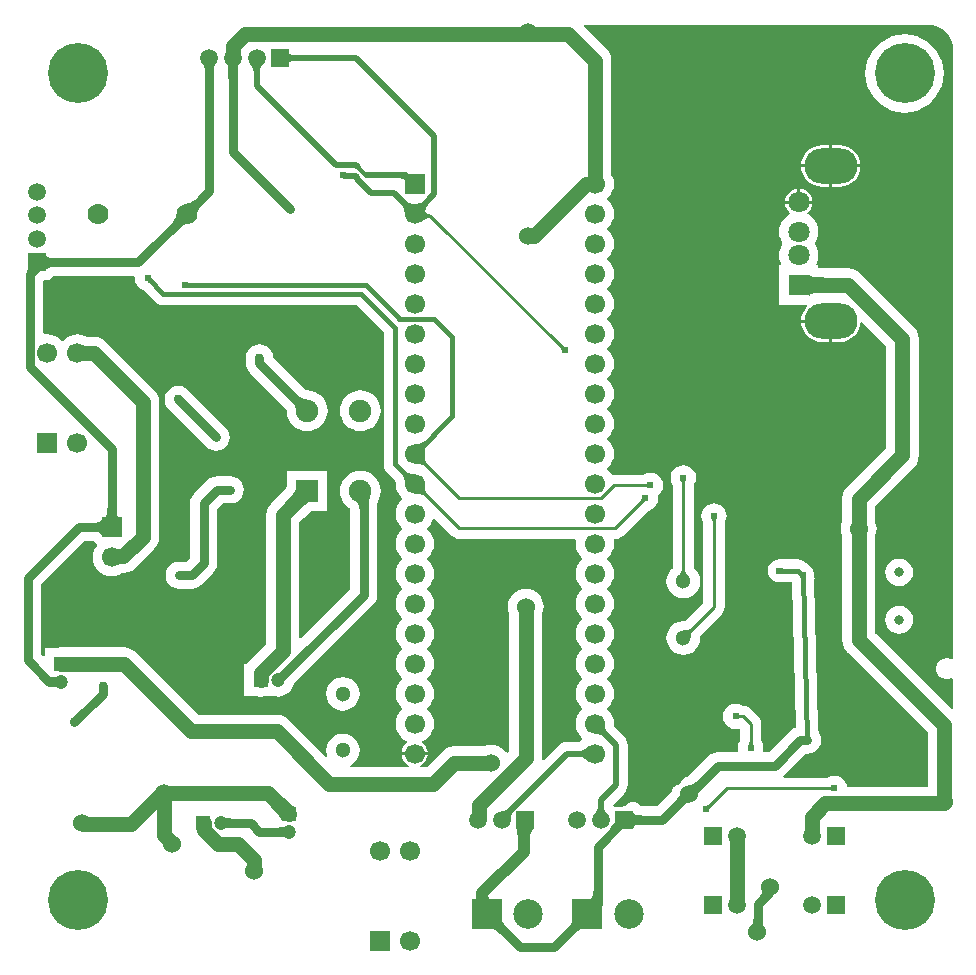
<source format=gbl>
G04*
G04 #@! TF.GenerationSoftware,Altium Limited,Altium Designer,19.0.4 (130)*
G04*
G04 Layer_Physical_Order=2*
G04 Layer_Color=16711680*
%FSLAX25Y25*%
%MOIN*%
G70*
G01*
G75*
%ADD10C,0.01000*%
%ADD11C,0.02000*%
%ADD77C,0.03000*%
%ADD78C,0.01500*%
%ADD79C,0.05000*%
%ADD80C,0.04000*%
%ADD82C,0.20000*%
%ADD83C,0.06693*%
%ADD84R,0.06693X0.06693*%
%ADD85C,0.05906*%
%ADD86R,0.05906X0.05906*%
%ADD87R,0.07480X0.07480*%
%ADD88C,0.07480*%
%ADD89C,0.04724*%
%ADD90R,0.04724X0.04724*%
%ADD91R,0.04724X0.04724*%
%ADD92R,0.06693X0.06693*%
%ADD93C,0.09843*%
%ADD94R,0.09843X0.09843*%
%ADD95O,0.17717X0.11811*%
%ADD96R,0.07087X0.07087*%
%ADD97C,0.07087*%
%ADD98R,0.05906X0.05906*%
%ADD99C,0.07000*%
%ADD100C,0.05118*%
%ADD101C,0.02400*%
%ADD102C,0.06000*%
%ADD103C,0.03000*%
%ADD104C,0.03150*%
G36*
X90071Y302310D02*
X90131Y302140D01*
X90232Y301990D01*
X90373Y301860D01*
X90554Y301750D01*
X90775Y301660D01*
X91037Y301590D01*
X91338Y301540D01*
X91681Y301510D01*
X92063Y301500D01*
Y299500D01*
X91681Y299490D01*
X91338Y299460D01*
X91037Y299410D01*
X90775Y299340D01*
X90554Y299250D01*
X90373Y299140D01*
X90232Y299010D01*
X90131Y298860D01*
X90071Y298690D01*
X90051Y298500D01*
Y302500D01*
X90071Y302310D01*
D02*
G37*
G36*
X65459Y298269D02*
X65363Y298125D01*
X65278Y297959D01*
X65204Y297772D01*
X65142Y297562D01*
X65091Y297330D01*
X65051Y297077D01*
X65023Y296801D01*
X65000Y296185D01*
X62000D01*
X61994Y296504D01*
X61949Y297077D01*
X61909Y297330D01*
X61858Y297562D01*
X61796Y297772D01*
X61722Y297959D01*
X61637Y298125D01*
X61541Y298269D01*
X61433Y298391D01*
X65567D01*
X65459Y298269D01*
D02*
G37*
G36*
X81112Y298179D02*
X80931Y297959D01*
X80771Y297732D01*
X80632Y297499D01*
X80515Y297258D01*
X80419Y297010D01*
X80344Y296756D01*
X80291Y296494D01*
X80259Y296226D01*
X80248Y295950D01*
X78248D01*
X78237Y296226D01*
X78205Y296494D01*
X78152Y296756D01*
X78077Y297010D01*
X77981Y297258D01*
X77864Y297499D01*
X77725Y297732D01*
X77565Y297959D01*
X77384Y298179D01*
X77181Y298391D01*
X81315D01*
X81112Y298179D01*
D02*
G37*
G36*
X73092Y298633D02*
X73046Y298438D01*
X73040Y298391D01*
X73441D01*
X73333Y298269D01*
X73237Y298125D01*
X73152Y297959D01*
X73078Y297772D01*
X73016Y297562D01*
X72965Y297330D01*
X72939Y297166D01*
X72874Y293500D01*
X69874D01*
X69652Y297817D01*
X69596Y297959D01*
X69511Y298125D01*
X69415Y298269D01*
X69307Y298391D01*
X69623D01*
X69605Y298733D01*
X73143D01*
X73092Y298633D01*
D02*
G37*
G36*
X114049Y263931D02*
X114091Y263840D01*
X114160Y263727D01*
X114256Y263592D01*
X114532Y263257D01*
X114598Y263187D01*
X115416Y262471D01*
X115529Y262402D01*
X115620Y262360D01*
X115690Y262347D01*
X114689Y261346D01*
X114675Y261415D01*
X114634Y261507D01*
X114565Y261620D01*
X114468Y261755D01*
X114192Y262089D01*
X114126Y262160D01*
X113309Y262876D01*
X113196Y262945D01*
X113104Y262986D01*
X113035Y263000D01*
X114035Y264001D01*
X114049Y263931D01*
D02*
G37*
G36*
X127046Y262341D02*
X127946Y262264D01*
X128166Y262218D01*
X128346Y262162D01*
X128486Y262096D01*
X128586Y262019D01*
X128646Y261932D01*
X128666Y261835D01*
X128677Y259347D01*
X128657Y259537D01*
X128595Y259706D01*
X128494Y259856D01*
X128353Y259986D01*
X128172Y260097D01*
X127951Y260187D01*
X127690Y260256D01*
X127388Y260306D01*
X127047Y260336D01*
X126666Y260347D01*
Y262347D01*
X127046Y262341D01*
D02*
G37*
G36*
X130167Y261278D02*
X130209Y261186D01*
X130278Y261073D01*
X130375Y260938D01*
X130650Y260604D01*
X131272Y259939D01*
X131534Y259673D01*
X130827Y258966D01*
X130561Y259228D01*
X129427Y260222D01*
X129314Y260291D01*
X129223Y260333D01*
X129153Y260347D01*
X130154Y261347D01*
X130167Y261278D01*
D02*
G37*
G36*
X60782Y251160D02*
X60536Y250901D01*
X60316Y250641D01*
X60122Y250380D01*
X59955Y250119D01*
X59814Y249856D01*
X59698Y249594D01*
X59610Y249330D01*
X59547Y249066D01*
X59510Y248801D01*
X59500Y248535D01*
X56035Y252000D01*
X56301Y252010D01*
X56566Y252047D01*
X56830Y252110D01*
X57094Y252199D01*
X57356Y252314D01*
X57619Y252455D01*
X57880Y252622D01*
X58141Y252816D01*
X58401Y253036D01*
X58660Y253282D01*
X60782Y251160D01*
D02*
G37*
G36*
X129249Y252684D02*
X129485Y252505D01*
X129738Y252347D01*
X130007Y252211D01*
X130292Y252097D01*
X130594Y252004D01*
X130913Y251932D01*
X131247Y251882D01*
X131599Y251853D01*
X131966Y251846D01*
X128654Y248534D01*
X128647Y248901D01*
X128618Y249253D01*
X128568Y249587D01*
X128497Y249906D01*
X128403Y250208D01*
X128289Y250493D01*
X128153Y250762D01*
X127995Y251015D01*
X127816Y251251D01*
X127615Y251471D01*
X129029Y252885D01*
X129249Y252684D01*
D02*
G37*
G36*
X133003Y248480D02*
X133028Y248265D01*
X133036Y248226D01*
X133045Y248192D01*
X133056Y248165D01*
X133067Y248144D01*
X133079Y248128D01*
X132372Y247421D01*
X132356Y247433D01*
X132335Y247444D01*
X132308Y247455D01*
X132274Y247464D01*
X132235Y247473D01*
X132140Y247487D01*
X132020Y247497D01*
X131952Y247501D01*
X132999Y248548D01*
X133003Y248480D01*
D02*
G37*
G36*
X136385Y251471D02*
X136184Y251251D01*
X136005Y251015D01*
X135847Y250762D01*
X135711Y250493D01*
X135597Y250208D01*
X135503Y249906D01*
X135432Y249587D01*
X135407Y249423D01*
X135570Y249218D01*
X135802Y248968D01*
X136036Y248756D01*
X136271Y248583D01*
X136507Y248448D01*
X136745Y248352D01*
X136985Y248294D01*
X137225Y248275D01*
X137122Y247275D01*
X136911Y247259D01*
X136676Y247213D01*
X136415Y247136D01*
X136130Y247029D01*
X135819Y246891D01*
X135123Y246522D01*
X134327Y246031D01*
X133892Y245740D01*
X134664Y249216D01*
X132034Y251846D01*
X132401Y251853D01*
X132753Y251882D01*
X133087Y251932D01*
X133406Y252004D01*
X133708Y252097D01*
X133993Y252211D01*
X134262Y252347D01*
X134515Y252505D01*
X134751Y252684D01*
X134971Y252885D01*
X136385Y251471D01*
D02*
G37*
G36*
X55965Y245000D02*
X55699Y244990D01*
X55434Y244953D01*
X55170Y244890D01*
X54906Y244801D01*
X54644Y244686D01*
X54381Y244545D01*
X54120Y244378D01*
X53859Y244184D01*
X53599Y243964D01*
X53340Y243718D01*
X51218Y245840D01*
X51464Y246099D01*
X51684Y246359D01*
X51878Y246620D01*
X52045Y246881D01*
X52186Y247144D01*
X52302Y247406D01*
X52390Y247670D01*
X52453Y247934D01*
X52490Y248199D01*
X52500Y248465D01*
X55965Y245000D01*
D02*
G37*
G36*
X8971Y234939D02*
X9061Y234694D01*
X9211Y234478D01*
X9421Y234290D01*
X9691Y234132D01*
X10021Y234002D01*
X10411Y233901D01*
X10861Y233829D01*
X11371Y233786D01*
X11941Y233772D01*
Y230772D01*
X11371Y230757D01*
X10861Y230714D01*
X10411Y230642D01*
X10021Y230541D01*
X9691Y230412D01*
X9421Y230253D01*
X9211Y230066D01*
X9061Y229850D01*
X8971Y229605D01*
X8941Y229331D01*
Y235212D01*
X8971Y234939D01*
D02*
G37*
G36*
X2943Y229736D02*
X2985Y229702D01*
X3017Y229644D01*
X3041Y229563D01*
X3055Y229458D01*
X3059Y229331D01*
X6146D01*
X6215Y229312D01*
X6236Y229255D01*
X6210Y229161D01*
X6138Y229028D01*
X6018Y228858D01*
X5851Y228650D01*
X5377Y228120D01*
X4714Y227439D01*
X2593Y229561D01*
X2682Y229642D01*
X2761Y229701D01*
X2831Y229736D01*
X2891Y229748D01*
X2943Y229736D01*
D02*
G37*
G36*
X38811Y227357D02*
X38764Y227000D01*
X38908Y225904D01*
X39331Y224882D01*
X40005Y224005D01*
X40882Y223331D01*
X41629Y223022D01*
X45492Y219159D01*
X46275Y218558D01*
X47188Y218180D01*
X48166Y218051D01*
X112600D01*
X121718Y208933D01*
Y165000D01*
X121846Y164021D01*
X122224Y163109D01*
X122826Y162326D01*
X125516Y159635D01*
X125528Y159598D01*
X125557Y159484D01*
X125578Y159363D01*
X125624Y158819D01*
X125628Y158547D01*
X125623Y158500D01*
X125745Y157256D01*
X126108Y156060D01*
X126698Y154957D01*
X127491Y153991D01*
X127784Y153750D01*
Y153250D01*
X127491Y153009D01*
X126698Y152043D01*
X126108Y150940D01*
X125745Y149744D01*
X125623Y148500D01*
X125745Y147256D01*
X126108Y146060D01*
X126698Y144957D01*
X127491Y143991D01*
X127784Y143750D01*
Y143250D01*
X127491Y143009D01*
X126698Y142043D01*
X126108Y140940D01*
X125745Y139744D01*
X125623Y138500D01*
X125745Y137256D01*
X126108Y136060D01*
X126698Y134957D01*
X127491Y133991D01*
X127784Y133750D01*
Y133250D01*
X127491Y133009D01*
X126698Y132043D01*
X126108Y130940D01*
X125745Y129744D01*
X125623Y128500D01*
X125745Y127256D01*
X126108Y126060D01*
X126698Y124957D01*
X127491Y123991D01*
X127784Y123750D01*
Y123250D01*
X127491Y123009D01*
X126698Y122043D01*
X126108Y120940D01*
X125745Y119744D01*
X125623Y118500D01*
X125745Y117256D01*
X126108Y116060D01*
X126698Y114957D01*
X127491Y113991D01*
X127784Y113750D01*
Y113250D01*
X127491Y113009D01*
X126698Y112043D01*
X126108Y110940D01*
X125745Y109744D01*
X125623Y108500D01*
X125745Y107256D01*
X126108Y106060D01*
X126698Y104957D01*
X127491Y103991D01*
X127784Y103750D01*
Y103250D01*
X127491Y103009D01*
X126698Y102043D01*
X126108Y100940D01*
X125745Y99744D01*
X125623Y98500D01*
X125745Y97256D01*
X126108Y96060D01*
X126698Y94957D01*
X127491Y93991D01*
X127784Y93750D01*
Y93250D01*
X127491Y93009D01*
X126698Y92043D01*
X126108Y90940D01*
X125745Y89744D01*
X125623Y88500D01*
X125745Y87256D01*
X126108Y86060D01*
X126698Y84957D01*
X127491Y83991D01*
X127784Y83750D01*
Y83250D01*
X127491Y83009D01*
X126698Y82043D01*
X126108Y80940D01*
X125745Y79744D01*
X125623Y78500D01*
X125745Y77256D01*
X126108Y76060D01*
X126698Y74957D01*
X127491Y73991D01*
X128457Y73198D01*
X129461Y72661D01*
X129550Y72337D01*
X129541Y72092D01*
X128900Y71600D01*
X128203Y70692D01*
X127765Y69635D01*
X127682Y69000D01*
X136318D01*
X136235Y69635D01*
X135797Y70692D01*
X135100Y71600D01*
X134459Y72092D01*
X134450Y72337D01*
X134539Y72661D01*
X135543Y73198D01*
X136509Y73991D01*
X137302Y74957D01*
X137892Y76060D01*
X138255Y77256D01*
X138377Y78500D01*
X138255Y79744D01*
X137892Y80940D01*
X137302Y82043D01*
X136509Y83009D01*
X136216Y83250D01*
Y83750D01*
X136509Y83991D01*
X137302Y84957D01*
X137892Y86060D01*
X138255Y87256D01*
X138377Y88500D01*
X138255Y89744D01*
X137892Y90940D01*
X137302Y92043D01*
X136509Y93009D01*
X136216Y93250D01*
Y93750D01*
X136509Y93991D01*
X137302Y94957D01*
X137892Y96060D01*
X138255Y97256D01*
X138377Y98500D01*
X138255Y99744D01*
X137892Y100940D01*
X137302Y102043D01*
X136509Y103009D01*
X136216Y103250D01*
Y103750D01*
X136509Y103991D01*
X137302Y104957D01*
X137892Y106060D01*
X138255Y107256D01*
X138377Y108500D01*
X138255Y109744D01*
X137892Y110940D01*
X137302Y112043D01*
X136509Y113009D01*
X136216Y113250D01*
Y113750D01*
X136509Y113991D01*
X137302Y114957D01*
X137892Y116060D01*
X138255Y117256D01*
X138377Y118500D01*
X138255Y119744D01*
X137892Y120940D01*
X137302Y122043D01*
X136509Y123009D01*
X136216Y123250D01*
Y123750D01*
X136509Y123991D01*
X137302Y124957D01*
X137892Y126060D01*
X138255Y127256D01*
X138377Y128500D01*
X138255Y129744D01*
X137892Y130940D01*
X137302Y132043D01*
X136509Y133009D01*
X136216Y133250D01*
Y133750D01*
X136509Y133991D01*
X137302Y134957D01*
X137892Y136060D01*
X138255Y137256D01*
X138377Y138500D01*
X138255Y139744D01*
X137892Y140940D01*
X137302Y142043D01*
X136509Y143009D01*
X136216Y143250D01*
Y143750D01*
X136509Y143991D01*
X137302Y144957D01*
X137892Y146060D01*
X138113Y146788D01*
X138598Y146910D01*
X144350Y141157D01*
X144350Y141157D01*
X145081Y140596D01*
X145933Y140244D01*
X146846Y140123D01*
X146846Y140123D01*
X185424D01*
X185733Y139623D01*
X185623Y138500D01*
X185745Y137256D01*
X186108Y136060D01*
X186698Y134957D01*
X187491Y133991D01*
X187784Y133750D01*
Y133250D01*
X187491Y133009D01*
X186698Y132043D01*
X186108Y130940D01*
X185745Y129744D01*
X185623Y128500D01*
X185745Y127256D01*
X186108Y126060D01*
X186698Y124957D01*
X187491Y123991D01*
X187784Y123750D01*
Y123250D01*
X187491Y123009D01*
X186698Y122043D01*
X186108Y120940D01*
X185745Y119744D01*
X185623Y118500D01*
X185745Y117256D01*
X186108Y116060D01*
X186698Y114957D01*
X187491Y113991D01*
X187784Y113750D01*
Y113250D01*
X187491Y113009D01*
X186698Y112043D01*
X186108Y110940D01*
X185745Y109744D01*
X185623Y108500D01*
X185745Y107256D01*
X186108Y106060D01*
X186698Y104957D01*
X187491Y103991D01*
X187784Y103750D01*
Y103250D01*
X187491Y103009D01*
X186698Y102043D01*
X186108Y100940D01*
X185745Y99744D01*
X185623Y98500D01*
X185745Y97256D01*
X186108Y96060D01*
X186698Y94957D01*
X187491Y93991D01*
X187784Y93750D01*
Y93250D01*
X187491Y93009D01*
X186698Y92043D01*
X186108Y90940D01*
X185745Y89744D01*
X185623Y88500D01*
X185745Y87256D01*
X186108Y86060D01*
X186698Y84957D01*
X187491Y83991D01*
X187784Y83750D01*
Y83250D01*
X187491Y83009D01*
X186698Y82043D01*
X186108Y80940D01*
X185745Y79744D01*
X185623Y78500D01*
X185745Y77256D01*
X186108Y76060D01*
X186698Y74957D01*
X187491Y73991D01*
X187784Y73750D01*
Y73250D01*
X187491Y73009D01*
X187463Y72976D01*
X187314Y72833D01*
X187195Y72731D01*
X187093Y72656D01*
X187010Y72603D01*
X186946Y72569D01*
X186899Y72549D01*
X186866Y72538D01*
X186849Y72535D01*
X182847D01*
X182847Y72535D01*
X181803Y72397D01*
X180830Y71994D01*
X179994Y71353D01*
X179994Y71353D01*
X174933Y66291D01*
X174484Y66512D01*
X174548Y67001D01*
Y115111D01*
X174571Y115153D01*
X174914Y116284D01*
X175030Y117461D01*
X174914Y118637D01*
X174571Y119768D01*
X174014Y120810D01*
X173264Y121724D01*
X172351Y122474D01*
X171308Y123031D01*
X170177Y123374D01*
X169001Y123490D01*
X167825Y123374D01*
X166694Y123031D01*
X165651Y122474D01*
X164738Y121724D01*
X163988Y120810D01*
X163431Y119768D01*
X163088Y118637D01*
X162972Y117461D01*
X163088Y116284D01*
X163431Y115153D01*
X163453Y115111D01*
Y69299D01*
X162989Y68835D01*
X162399Y68951D01*
X161764Y69724D01*
X160851Y70474D01*
X159808Y71031D01*
X158677Y71374D01*
X157501Y71490D01*
X156325Y71374D01*
X155194Y71031D01*
X155151Y71008D01*
X145197D01*
X143761Y70819D01*
X142423Y70265D01*
X141274Y69383D01*
X141274Y69383D01*
X135938Y64047D01*
X133915D01*
X133816Y64547D01*
X134192Y64703D01*
X135100Y65400D01*
X135797Y66308D01*
X136235Y67365D01*
X136318Y68000D01*
X127682D01*
X127765Y67365D01*
X128203Y66308D01*
X128900Y65400D01*
X129808Y64703D01*
X130184Y64547D01*
X130085Y64047D01*
X110422D01*
X110323Y64547D01*
X110803Y64746D01*
X111965Y65638D01*
X112856Y66799D01*
X113416Y68151D01*
X113607Y69602D01*
X113416Y71054D01*
X112856Y72406D01*
X111965Y73567D01*
X110803Y74458D01*
X109451Y75018D01*
X108000Y75209D01*
X106549Y75018D01*
X105196Y74458D01*
X104035Y73567D01*
X103144Y72406D01*
X102584Y71054D01*
X102393Y69602D01*
X102584Y68151D01*
X102713Y67839D01*
X102289Y67556D01*
X89946Y79899D01*
X88797Y80781D01*
X87459Y81335D01*
X86024Y81524D01*
X59821D01*
X38970Y102375D01*
X37821Y103257D01*
X36483Y103811D01*
X35047Y104000D01*
X14000D01*
X12593Y103815D01*
X8638D01*
Y101192D01*
X8176Y101000D01*
X7539Y101637D01*
Y125120D01*
X21880Y139461D01*
X25077D01*
X25154Y139360D01*
X25231Y139220D01*
X25394Y139048D01*
X25538Y138860D01*
X25665Y138763D01*
X25775Y138647D01*
X25896Y138573D01*
X25990Y138354D01*
X26020Y137973D01*
X25997Y137908D01*
X25698Y137543D01*
X25108Y136440D01*
X24745Y135244D01*
X24623Y134000D01*
X24745Y132756D01*
X25108Y131560D01*
X25698Y130457D01*
X26491Y129491D01*
X27457Y128698D01*
X28560Y128108D01*
X29756Y127745D01*
X31000Y127623D01*
X32244Y127745D01*
X33440Y128108D01*
X34543Y128698D01*
X34639Y128776D01*
X34824D01*
X36260Y128965D01*
X37598Y129520D01*
X38747Y130401D01*
X45247Y136901D01*
X46128Y138050D01*
X46682Y139388D01*
X46871Y140824D01*
X46871Y140824D01*
Y185676D01*
X46682Y187112D01*
X46128Y188450D01*
X45247Y189599D01*
X45246Y189599D01*
X28923Y205923D01*
X27774Y206804D01*
X26436Y207358D01*
X25000Y207547D01*
X22584D01*
X21940Y207892D01*
X20744Y208255D01*
X19500Y208377D01*
X18256Y208255D01*
X17060Y207892D01*
X15957Y207302D01*
X14991Y206509D01*
X14750Y206216D01*
X14250D01*
X14009Y206509D01*
X13043Y207302D01*
X11940Y207892D01*
X10744Y208255D01*
X9500Y208377D01*
X8692Y208298D01*
X8192Y208745D01*
Y225948D01*
X8611Y226323D01*
X8777Y226327D01*
X8941Y226305D01*
X9170Y226335D01*
X9401Y226340D01*
X9560Y226386D01*
X9724Y226408D01*
X9937Y226497D01*
X10159Y226561D01*
X10301Y226647D01*
X10454Y226710D01*
X10637Y226851D01*
X10835Y226971D01*
X10949Y227091D01*
X11080Y227191D01*
X11221Y227375D01*
X11381Y227541D01*
X11461Y227687D01*
X11495Y227731D01*
X11516Y227733D01*
X38481D01*
X38811Y227357D01*
D02*
G37*
G36*
X44205Y226959D02*
X44220Y226922D01*
X44245Y226878D01*
X44280Y226827D01*
X44325Y226768D01*
X44445Y226627D01*
X44702Y226359D01*
X43641Y225298D01*
X43544Y225394D01*
X43173Y225720D01*
X43122Y225755D01*
X43077Y225780D01*
X43041Y225795D01*
X43012Y225800D01*
X44200Y226988D01*
X44205Y226959D01*
D02*
G37*
G36*
X56381Y225606D02*
X56417Y225591D01*
X56466Y225578D01*
X56527Y225566D01*
X56601Y225556D01*
X56786Y225542D01*
X57157Y225534D01*
Y224033D01*
X57021Y224033D01*
X56527Y224001D01*
X56466Y223989D01*
X56417Y223976D01*
X56381Y223961D01*
X56357Y223943D01*
Y225623D01*
X56381Y225606D01*
D02*
G37*
G36*
X263581Y228119D02*
X263731Y227943D01*
X263981Y227789D01*
X264331Y227655D01*
X264781Y227541D01*
X265331Y227449D01*
X265981Y227376D01*
X267581Y227294D01*
X268531Y227284D01*
Y222284D01*
X267581Y222273D01*
X265331Y222118D01*
X264781Y222026D01*
X264331Y221912D01*
X263981Y221778D01*
X263731Y221623D01*
X263581Y221448D01*
X263531Y221252D01*
Y228315D01*
X263581Y228119D01*
D02*
G37*
G36*
X181161Y204551D02*
X181250Y204476D01*
X181340Y204411D01*
X181430Y204354D01*
X181521Y204306D01*
X181613Y204267D01*
X181706Y204237D01*
X181799Y204216D01*
X181893Y204203D01*
X181988Y204200D01*
X180800Y203012D01*
X180797Y203107D01*
X180784Y203201D01*
X180763Y203294D01*
X180733Y203387D01*
X180694Y203479D01*
X180646Y203570D01*
X180589Y203660D01*
X180524Y203750D01*
X180449Y203839D01*
X180366Y203927D01*
X181073Y204634D01*
X181161Y204551D01*
D02*
G37*
G36*
X136256Y171696D02*
X136079Y171496D01*
X135922Y171271D01*
X135783Y171019D01*
X135663Y170742D01*
X135563Y170439D01*
X135481Y170110D01*
X135419Y169755D01*
X135375Y169374D01*
X135351Y168966D01*
X135346Y168534D01*
X132034Y171846D01*
X132466Y171851D01*
X133255Y171919D01*
X133610Y171981D01*
X133939Y172063D01*
X134242Y172163D01*
X134519Y172283D01*
X134771Y172422D01*
X134996Y172579D01*
X135196Y172756D01*
X136256Y171696D01*
D02*
G37*
G36*
X132761Y168482D02*
X132792Y168442D01*
X132920Y168303D01*
X133809Y167398D01*
X133102Y166691D01*
X132000Y167750D01*
X132750Y168500D01*
X132761Y168482D01*
D02*
G37*
G36*
X135349Y167968D02*
X135405Y167079D01*
X135457Y166689D01*
X135525Y166333D01*
X135610Y166014D01*
X135711Y165730D01*
X135829Y165483D01*
X135963Y165270D01*
X136113Y165094D01*
X135406Y164387D01*
X135230Y164537D01*
X135017Y164671D01*
X134770Y164789D01*
X134486Y164890D01*
X134167Y164975D01*
X133811Y165043D01*
X133421Y165095D01*
X132532Y165151D01*
X132034Y165154D01*
X135346Y168466D01*
X135349Y167968D01*
D02*
G37*
G36*
X129004Y162579D02*
X129229Y162422D01*
X129481Y162283D01*
X129758Y162163D01*
X130061Y162063D01*
X130390Y161981D01*
X130745Y161919D01*
X131126Y161875D01*
X131534Y161851D01*
X131966Y161846D01*
X128654Y158534D01*
X128649Y158967D01*
X128581Y159755D01*
X128519Y160110D01*
X128437Y160439D01*
X128337Y160742D01*
X128217Y161019D01*
X128078Y161271D01*
X127921Y161496D01*
X127744Y161696D01*
X128804Y162756D01*
X129004Y162579D01*
D02*
G37*
G36*
X209643Y157160D02*
X209574Y157225D01*
X209498Y157282D01*
X209417Y157333D01*
X209330Y157378D01*
X209238Y157415D01*
X209140Y157446D01*
X209036Y157469D01*
X208926Y157486D01*
X208810Y157497D01*
X208689Y157500D01*
Y158500D01*
X208810Y158503D01*
X208926Y158514D01*
X209036Y158531D01*
X209140Y158554D01*
X209238Y158585D01*
X209330Y158622D01*
X209417Y158667D01*
X209498Y158718D01*
X209574Y158775D01*
X209643Y158840D01*
Y157160D01*
D02*
G37*
G36*
X132761Y158482D02*
X132792Y158442D01*
X132920Y158303D01*
X133809Y157398D01*
X133102Y156691D01*
X132000Y157750D01*
X132750Y158501D01*
X132761Y158482D01*
D02*
G37*
G36*
X135349Y157968D02*
X135405Y157079D01*
X135457Y156689D01*
X135525Y156333D01*
X135610Y156014D01*
X135711Y155730D01*
X135829Y155483D01*
X135963Y155270D01*
X136113Y155094D01*
X135406Y154387D01*
X135230Y154537D01*
X135017Y154671D01*
X134770Y154789D01*
X134486Y154890D01*
X134167Y154975D01*
X133811Y155043D01*
X133421Y155096D01*
X132532Y155151D01*
X132034Y155154D01*
X135346Y158466D01*
X135349Y157968D01*
D02*
G37*
G36*
X208835Y152454D02*
X208740Y152450D01*
X208646Y152438D01*
X208552Y152417D01*
X208460Y152386D01*
X208368Y152348D01*
X208277Y152300D01*
X208186Y152243D01*
X208097Y152177D01*
X208008Y152103D01*
X207920Y152020D01*
X207212Y152727D01*
X207296Y152815D01*
X207370Y152904D01*
X207436Y152993D01*
X207492Y153084D01*
X207540Y153175D01*
X207579Y153267D01*
X207610Y153359D01*
X207631Y153453D01*
X207643Y153547D01*
X207646Y153641D01*
X208835Y152454D01*
D02*
G37*
G36*
X32515Y149762D02*
X32560Y149250D01*
X32635Y148798D01*
X32740Y148407D01*
X32875Y148075D01*
X33040Y147804D01*
X33235Y147593D01*
X33460Y147443D01*
X33715Y147353D01*
X34000Y147322D01*
X28000D01*
X28285Y147353D01*
X28540Y147443D01*
X28765Y147593D01*
X28960Y147804D01*
X29125Y148075D01*
X29260Y148407D01*
X29365Y148798D01*
X29440Y149250D01*
X29485Y149762D01*
X29500Y150334D01*
X32500D01*
X32515Y149762D01*
D02*
G37*
G36*
X27678Y141000D02*
X27647Y141285D01*
X27557Y141540D01*
X27406Y141765D01*
X27196Y141960D01*
X26924Y142125D01*
X26593Y142260D01*
X26202Y142365D01*
X25750Y142440D01*
X25238Y142485D01*
X24666Y142500D01*
Y145500D01*
X25238Y145515D01*
X25750Y145560D01*
X26202Y145635D01*
X26593Y145740D01*
X26924Y145875D01*
X27196Y146040D01*
X27406Y146235D01*
X27557Y146460D01*
X27647Y146715D01*
X27678Y147000D01*
Y141000D01*
D02*
G37*
G36*
X254381Y130323D02*
X254417Y130308D01*
X254466Y130294D01*
X254527Y130282D01*
X254601Y130272D01*
X254786Y130258D01*
X255157Y130250D01*
Y128750D01*
X255021Y128749D01*
X254527Y128718D01*
X254466Y128706D01*
X254417Y128692D01*
X254381Y128677D01*
X254357Y128660D01*
Y130340D01*
X254381Y130323D01*
D02*
G37*
G36*
X260830Y129606D02*
X261201Y129280D01*
X261252Y129245D01*
X261297Y129220D01*
X261333Y129205D01*
X261362Y129200D01*
X260174Y128012D01*
X260169Y128041D01*
X260154Y128077D01*
X260129Y128122D01*
X260094Y128173D01*
X260049Y128232D01*
X259929Y128373D01*
X259672Y128641D01*
X260733Y129702D01*
X260830Y129606D01*
D02*
G37*
G36*
X262221Y127142D02*
X262206Y127105D01*
X262194Y127056D01*
X262184Y126994D01*
X262176Y126920D01*
X262167Y126735D01*
X262169Y126364D01*
X260669Y126323D01*
X260665Y126459D01*
X260620Y126952D01*
X260607Y127013D01*
X260592Y127061D01*
X260575Y127097D01*
X260558Y127120D01*
X262237Y127166D01*
X262221Y127142D01*
D02*
G37*
G36*
X304769Y311291D02*
X306326Y310819D01*
X307761Y310052D01*
X309019Y309019D01*
X310052Y307761D01*
X310819Y306326D01*
X311291Y304769D01*
X311442Y303237D01*
X311430Y303150D01*
Y100325D01*
X310997Y100075D01*
X310805Y100186D01*
X309914Y100424D01*
X308993Y100424D01*
X308103Y100186D01*
X308003Y100145D01*
X307205Y99684D01*
X306553Y99032D01*
X306092Y98234D01*
X305854Y97344D01*
X305854Y96422D01*
X306092Y95532D01*
X306553Y94734D01*
X307205Y94082D01*
X308003Y93622D01*
X308893Y93383D01*
X309814Y93383D01*
X310704Y93621D01*
X310805Y93663D01*
X310997Y93774D01*
X311430Y93524D01*
Y83568D01*
X310968Y83377D01*
X285547Y108798D01*
Y141150D01*
X285570Y141193D01*
X285913Y142324D01*
X286029Y143500D01*
X285913Y144676D01*
X285570Y145807D01*
X285547Y145850D01*
Y151202D01*
X298423Y164077D01*
X298423Y164077D01*
X299304Y165226D01*
X299858Y166564D01*
X300047Y168000D01*
X300047Y168000D01*
Y206776D01*
X299858Y208211D01*
X299304Y209549D01*
X298423Y210698D01*
X298423Y210698D01*
X280415Y228706D01*
X279266Y229588D01*
X277928Y230142D01*
X276492Y230331D01*
X267441D01*
X266543Y230377D01*
Y231327D01*
X266142D01*
X265885Y231756D01*
X266074Y232110D01*
X266449Y233343D01*
X266575Y234626D01*
X266449Y235909D01*
X266074Y237142D01*
X265467Y238279D01*
X265234Y238563D01*
X265467Y238847D01*
X266074Y239984D01*
X266449Y241217D01*
X266575Y242500D01*
X266449Y243783D01*
X266074Y245016D01*
X265467Y246153D01*
X264649Y247149D01*
X263653Y247967D01*
X262945Y248345D01*
X262904Y248844D01*
X263240Y249102D01*
X263969Y250051D01*
X264426Y251156D01*
X264517Y251842D01*
X260000D01*
X255483D01*
X255574Y251156D01*
X256031Y250051D01*
X256760Y249102D01*
X257096Y248844D01*
X257055Y248345D01*
X256347Y247967D01*
X255351Y247149D01*
X254533Y246153D01*
X253925Y245016D01*
X253551Y243783D01*
X253425Y242500D01*
X253551Y241217D01*
X253925Y239984D01*
X254533Y238847D01*
X254766Y238563D01*
X254533Y238279D01*
X253925Y237142D01*
X253551Y235909D01*
X253425Y234626D01*
X253551Y233343D01*
X253925Y232110D01*
X254115Y231756D01*
X253858Y231327D01*
X253457D01*
Y218240D01*
X262798D01*
X262977Y217740D01*
X262810Y217603D01*
X261947Y216552D01*
X261306Y215352D01*
X260911Y214051D01*
X260827Y213197D01*
X270669D01*
Y212697D01*
X271169D01*
Y205758D01*
X273622D01*
X274976Y205891D01*
X276277Y206286D01*
X277477Y206927D01*
X278529Y207790D01*
X279392Y208842D01*
X280033Y210041D01*
X280428Y211343D01*
X280513Y212210D01*
X281034Y212397D01*
X288952Y204478D01*
Y170298D01*
X276077Y157423D01*
X275196Y156274D01*
X274642Y154936D01*
X274452Y153500D01*
Y145850D01*
X274430Y145807D01*
X274087Y144676D01*
X273971Y143500D01*
X274087Y142324D01*
X274430Y141193D01*
X274452Y141150D01*
Y106500D01*
X274642Y105064D01*
X275196Y103726D01*
X276077Y102577D01*
X302953Y75702D01*
Y57547D01*
X276038D01*
X275966Y58096D01*
X275543Y59118D01*
X274869Y59996D01*
X273992Y60669D01*
X272970Y61092D01*
X271874Y61236D01*
X270778Y61092D01*
X269756Y60669D01*
X269575Y60530D01*
X255040D01*
X254870Y61030D01*
X255209Y61291D01*
X262380Y68461D01*
X262874D01*
X264049Y68616D01*
X265143Y69069D01*
X266084Y69791D01*
X266805Y70731D01*
X267258Y71825D01*
X267413Y73000D01*
X267258Y74175D01*
X266805Y75269D01*
X266689Y75420D01*
X266552Y76891D01*
X265196Y126612D01*
X265206Y126710D01*
X265217Y126763D01*
X265228Y126811D01*
X265228Y126820D01*
X265255Y126953D01*
X265247Y127101D01*
X265262Y127249D01*
X265223Y127494D01*
X265208Y127742D01*
X265161Y127882D01*
X265155Y128103D01*
X265085Y128540D01*
X265027Y128979D01*
X265008Y129027D01*
X264999Y129078D01*
X264819Y129482D01*
X264650Y129891D01*
X264618Y129932D01*
X264597Y129980D01*
X264318Y130323D01*
X264049Y130675D01*
X263892Y130831D01*
X263822Y130962D01*
X263653Y131143D01*
X263502Y131340D01*
X263384Y131430D01*
X263282Y131539D01*
X263167Y131610D01*
X263161Y131616D01*
X263122Y131639D01*
X263072Y131670D01*
X263023Y131707D01*
X262967Y131756D01*
X262548Y132175D01*
X261765Y132776D01*
X260853Y133153D01*
X259874Y133282D01*
X254992D01*
X254894Y133295D01*
X254839Y133308D01*
X254793Y133321D01*
X254785Y133321D01*
X254653Y133351D01*
X254504Y133346D01*
X254357Y133366D01*
X254111Y133334D01*
X253863Y133325D01*
X253722Y133282D01*
X253500D01*
X252521Y133153D01*
X251609Y132776D01*
X250826Y132175D01*
X250224Y131391D01*
X249847Y130479D01*
X249718Y129500D01*
X249847Y128521D01*
X250224Y127609D01*
X250826Y126825D01*
X251609Y126224D01*
X252521Y125847D01*
X253500Y125718D01*
X253722D01*
X253863Y125675D01*
X254111Y125666D01*
X254357Y125634D01*
X254504Y125654D01*
X254653Y125649D01*
X254785Y125679D01*
X254793Y125679D01*
X254839Y125692D01*
X254894Y125705D01*
X254955Y125713D01*
X255030Y125718D01*
X257652D01*
X258975Y77239D01*
X258231Y76931D01*
X257291Y76209D01*
X257291Y76209D01*
X250120Y69039D01*
X248415D01*
X248110Y69539D01*
X248236Y70500D01*
X248092Y71596D01*
X247669Y72618D01*
X247530Y72799D01*
Y78500D01*
X247410Y79414D01*
X247057Y80265D01*
X246496Y80996D01*
X243996Y83496D01*
X243265Y84057D01*
X242414Y84410D01*
X241500Y84530D01*
X241289D01*
X241109Y84669D01*
X240087Y85092D01*
X238990Y85236D01*
X237894Y85092D01*
X236872Y84669D01*
X235995Y83995D01*
X235322Y83118D01*
X234899Y82096D01*
X234754Y81000D01*
X234899Y79904D01*
X235322Y78882D01*
X235995Y78004D01*
X236872Y77331D01*
X237894Y76908D01*
X238990Y76764D01*
X239970Y76893D01*
X240297Y76699D01*
X240470Y76525D01*
Y72799D01*
X240331Y72618D01*
X239908Y71596D01*
X239764Y70500D01*
X239890Y69539D01*
X239585Y69039D01*
X233000D01*
X231825Y68884D01*
X230731Y68431D01*
X229791Y67709D01*
X223204Y61123D01*
X223111Y61037D01*
X223037Y60977D01*
X223009Y60957D01*
X222747Y60923D01*
X222663Y60888D01*
X222575Y60871D01*
X222300Y60737D01*
X222017Y60620D01*
X221945Y60565D01*
X221864Y60526D01*
X221633Y60326D01*
X221390Y60140D01*
X221335Y60068D01*
X221267Y60009D01*
X221096Y59755D01*
X220910Y59513D01*
X220875Y59429D01*
X220824Y59355D01*
X220724Y59066D01*
X220710Y59031D01*
X220291Y58709D01*
X219827Y58246D01*
X219784Y58234D01*
X219480Y58166D01*
X219405Y58127D01*
X219324Y58104D01*
X219056Y57945D01*
X218780Y57801D01*
X218718Y57744D01*
X218645Y57701D01*
X218427Y57477D01*
X218198Y57267D01*
X218153Y57196D01*
X218094Y57135D01*
X217941Y56863D01*
X217774Y56600D01*
X217749Y56520D01*
X217707Y56446D01*
X217631Y56144D01*
X217614Y56092D01*
X217613Y56090D01*
X217304Y55723D01*
X212620Y51039D01*
X207390D01*
X207369Y51041D01*
X207334Y51085D01*
X207255Y51230D01*
X207095Y51397D01*
X206954Y51580D01*
X206823Y51681D01*
X206709Y51801D01*
X206511Y51921D01*
X206328Y52061D01*
X206175Y52125D01*
X206033Y52210D01*
X205811Y52275D01*
X205598Y52364D01*
X205434Y52385D01*
X205275Y52431D01*
X205044Y52437D01*
X204815Y52467D01*
X204651Y52445D01*
X204485Y52449D01*
X204261Y52394D01*
X204032Y52364D01*
X203879Y52300D01*
X203718Y52261D01*
X203515Y52150D01*
X203302Y52061D01*
X203170Y51960D01*
X203025Y51881D01*
X202858Y51721D01*
X202675Y51580D01*
X202574Y51449D01*
X202455Y51335D01*
X202335Y51137D01*
X202260Y51039D01*
X201874D01*
X200699Y50884D01*
X200029Y50606D01*
X199935Y50634D01*
X199716Y50725D01*
X199558Y50745D01*
X199405Y50791D01*
X199168Y50797D01*
X198933Y50828D01*
X198775Y50807D01*
X198616Y50811D01*
X198468Y50775D01*
X198397Y50808D01*
X198248Y50917D01*
X198061Y51355D01*
X201853Y55147D01*
X201853Y55147D01*
X202494Y55983D01*
X202897Y56956D01*
X203034Y58000D01*
X203034Y58000D01*
Y71500D01*
X202897Y72544D01*
X202494Y73517D01*
X201853Y74353D01*
X201853Y74353D01*
X198495Y77711D01*
X198486Y77725D01*
X198470Y77756D01*
X198451Y77803D01*
X198430Y77873D01*
X198408Y77969D01*
X198389Y78094D01*
X198377Y78250D01*
X198373Y78457D01*
X198377Y78500D01*
X198255Y79744D01*
X197892Y80940D01*
X197302Y82043D01*
X196509Y83009D01*
X196216Y83250D01*
Y83750D01*
X196509Y83991D01*
X197302Y84957D01*
X197892Y86060D01*
X198255Y87256D01*
X198377Y88500D01*
X198255Y89744D01*
X197892Y90940D01*
X197302Y92043D01*
X196509Y93009D01*
X196216Y93250D01*
Y93750D01*
X196509Y93991D01*
X197302Y94957D01*
X197892Y96060D01*
X198255Y97256D01*
X198377Y98500D01*
X198255Y99744D01*
X197892Y100940D01*
X197302Y102043D01*
X196509Y103009D01*
X196216Y103250D01*
Y103750D01*
X196509Y103991D01*
X197302Y104957D01*
X197892Y106060D01*
X198255Y107256D01*
X198377Y108500D01*
X198255Y109744D01*
X197892Y110940D01*
X197302Y112043D01*
X196509Y113009D01*
X196216Y113250D01*
Y113750D01*
X196509Y113991D01*
X197302Y114957D01*
X197892Y116060D01*
X198255Y117256D01*
X198377Y118500D01*
X198255Y119744D01*
X197892Y120940D01*
X197302Y122043D01*
X196509Y123009D01*
X196216Y123250D01*
Y123750D01*
X196509Y123991D01*
X197302Y124957D01*
X197892Y126060D01*
X198255Y127256D01*
X198377Y128500D01*
X198255Y129744D01*
X197892Y130940D01*
X197302Y132043D01*
X196509Y133009D01*
X196216Y133250D01*
Y133750D01*
X196509Y133991D01*
X197302Y134957D01*
X197892Y136060D01*
X198255Y137256D01*
X198377Y138500D01*
X198266Y139623D01*
X198576Y140123D01*
X198846D01*
X199760Y140244D01*
X200612Y140596D01*
X201343Y141157D01*
X209717Y149532D01*
X209943Y149562D01*
X210965Y149985D01*
X211842Y150658D01*
X212515Y151535D01*
X212938Y152557D01*
X213083Y153654D01*
X212959Y154593D01*
X213495Y155005D01*
X214169Y155882D01*
X214592Y156904D01*
X214736Y158000D01*
X214592Y159096D01*
X214169Y160118D01*
X213495Y160995D01*
X212618Y161669D01*
X211596Y162092D01*
X210500Y162236D01*
X209404Y162092D01*
X208382Y161669D01*
X208201Y161530D01*
X198354D01*
X197628Y161435D01*
X197302Y162043D01*
X196509Y163009D01*
X196216Y163250D01*
Y163750D01*
X196509Y163991D01*
X197302Y164957D01*
X197892Y166060D01*
X198255Y167256D01*
X198377Y168500D01*
X198255Y169744D01*
X197892Y170940D01*
X197302Y172043D01*
X196509Y173009D01*
X196216Y173250D01*
Y173750D01*
X196509Y173991D01*
X197302Y174957D01*
X197892Y176060D01*
X198255Y177256D01*
X198377Y178500D01*
X198255Y179744D01*
X197892Y180940D01*
X197302Y182043D01*
X196509Y183009D01*
X196216Y183250D01*
Y183750D01*
X196509Y183991D01*
X197302Y184957D01*
X197892Y186060D01*
X198255Y187256D01*
X198377Y188500D01*
X198255Y189744D01*
X197892Y190940D01*
X197302Y192043D01*
X196509Y193009D01*
X196216Y193250D01*
Y193750D01*
X196509Y193991D01*
X197302Y194957D01*
X197892Y196060D01*
X198255Y197256D01*
X198377Y198500D01*
X198255Y199744D01*
X197892Y200940D01*
X197302Y202043D01*
X196509Y203009D01*
X196216Y203250D01*
Y203750D01*
X196509Y203991D01*
X197302Y204957D01*
X197892Y206060D01*
X198255Y207256D01*
X198377Y208500D01*
X198255Y209744D01*
X197892Y210940D01*
X197302Y212043D01*
X196509Y213009D01*
X196216Y213250D01*
Y213750D01*
X196509Y213991D01*
X197302Y214957D01*
X197892Y216060D01*
X198255Y217256D01*
X198377Y218500D01*
X198255Y219744D01*
X197892Y220940D01*
X197302Y222043D01*
X196509Y223009D01*
X196216Y223250D01*
Y223750D01*
X196509Y223991D01*
X197302Y224957D01*
X197892Y226060D01*
X198255Y227256D01*
X198377Y228500D01*
X198255Y229744D01*
X197892Y230940D01*
X197302Y232043D01*
X196509Y233009D01*
X196216Y233250D01*
Y233750D01*
X196509Y233991D01*
X197302Y234957D01*
X197892Y236060D01*
X198255Y237256D01*
X198377Y238500D01*
X198255Y239744D01*
X197892Y240940D01*
X197302Y242043D01*
X196509Y243009D01*
X196216Y243250D01*
Y243750D01*
X196509Y243991D01*
X197302Y244957D01*
X197892Y246060D01*
X198255Y247256D01*
X198377Y248500D01*
X198255Y249744D01*
X197892Y250940D01*
X197302Y252043D01*
X196509Y253009D01*
X196216Y253250D01*
Y253750D01*
X196509Y253991D01*
X197302Y254957D01*
X197892Y256060D01*
X198255Y257256D01*
X198377Y258500D01*
X198255Y259744D01*
X197892Y260940D01*
X197547Y261584D01*
Y299500D01*
X197358Y300936D01*
X196804Y302274D01*
X195923Y303423D01*
X188377Y310968D01*
X188568Y311430D01*
X303150D01*
X303237Y311442D01*
X304769Y311291D01*
D02*
G37*
G36*
X12313Y90894D02*
X12270Y90923D01*
X12203Y90949D01*
X12110Y90972D01*
X11992Y90992D01*
X11681Y91023D01*
X11270Y91041D01*
X10758Y91047D01*
Y94047D01*
X11026Y94049D01*
X12110Y94122D01*
X12203Y94146D01*
X12270Y94172D01*
X12313Y94201D01*
Y90894D01*
D02*
G37*
G36*
X239917Y81775D02*
X239992Y81718D01*
X240073Y81667D01*
X240160Y81622D01*
X240253Y81585D01*
X240351Y81554D01*
X240455Y81531D01*
X240565Y81514D01*
X240680Y81503D01*
X240801Y81500D01*
Y80500D01*
X240680Y80497D01*
X240565Y80486D01*
X240455Y80469D01*
X240351Y80446D01*
X240253Y80415D01*
X240160Y80378D01*
X240073Y80333D01*
X239992Y80282D01*
X239917Y80225D01*
X239847Y80160D01*
Y81840D01*
X239917Y81775D01*
D02*
G37*
G36*
X195353Y78099D02*
X195382Y77747D01*
X195432Y77413D01*
X195503Y77094D01*
X195597Y76792D01*
X195711Y76507D01*
X195847Y76238D01*
X196005Y75985D01*
X196184Y75749D01*
X196385Y75529D01*
X194971Y74115D01*
X194751Y74316D01*
X194515Y74495D01*
X194262Y74653D01*
X193993Y74789D01*
X193708Y74903D01*
X193406Y74997D01*
X193087Y75068D01*
X192753Y75118D01*
X192401Y75147D01*
X192034Y75154D01*
X195346Y78466D01*
X195353Y78099D01*
D02*
G37*
G36*
X263525Y76759D02*
X263736Y74506D01*
X263788Y74315D01*
X263844Y74175D01*
X263906Y74089D01*
X263625Y74081D01*
X263628Y74048D01*
X263642Y73987D01*
X263656Y73939D01*
X263673Y73903D01*
X263690Y73879D01*
X262011Y73834D01*
X262027Y73858D01*
X262042Y73895D01*
X262054Y73944D01*
X262064Y74006D01*
X262067Y74038D01*
X261784Y74031D01*
X261841Y74121D01*
X261890Y74263D01*
X261931Y74457D01*
X261965Y74704D01*
X262010Y75353D01*
X262019Y76718D01*
X262007Y77277D01*
X263507Y77318D01*
X263525Y76759D01*
D02*
G37*
G36*
X244503Y72190D02*
X244514Y72074D01*
X244531Y71964D01*
X244554Y71860D01*
X244585Y71762D01*
X244622Y71670D01*
X244667Y71583D01*
X244718Y71502D01*
X244775Y71426D01*
X244840Y71357D01*
X243160D01*
X243225Y71426D01*
X243282Y71502D01*
X243333Y71583D01*
X243378Y71670D01*
X243415Y71762D01*
X243446Y71860D01*
X243469Y71964D01*
X243486Y72074D01*
X243497Y72190D01*
X243500Y72311D01*
X244500D01*
X244503Y72190D01*
D02*
G37*
G36*
X189610Y66158D02*
X189345Y66413D01*
X189077Y66641D01*
X188804Y66842D01*
X188529Y67017D01*
X188249Y67164D01*
X187966Y67285D01*
X187680Y67379D01*
X187390Y67446D01*
X187096Y67487D01*
X186799Y67500D01*
Y69500D01*
X187096Y69513D01*
X187390Y69554D01*
X187680Y69621D01*
X187966Y69715D01*
X188249Y69836D01*
X188529Y69983D01*
X188804Y70158D01*
X189077Y70359D01*
X189345Y70587D01*
X189610Y70842D01*
Y66158D01*
D02*
G37*
G36*
X271017Y56160D02*
X270948Y56225D01*
X270872Y56282D01*
X270791Y56333D01*
X270705Y56378D01*
X270612Y56415D01*
X270514Y56446D01*
X270410Y56469D01*
X270300Y56486D01*
X270184Y56497D01*
X270063Y56500D01*
Y57500D01*
X270184Y57503D01*
X270300Y57514D01*
X270410Y57531D01*
X270514Y57554D01*
X270612Y57585D01*
X270705Y57622D01*
X270791Y57667D01*
X270872Y57718D01*
X270948Y57775D01*
X271017Y57840D01*
Y56160D01*
D02*
G37*
G36*
X227671Y57049D02*
X227447Y56817D01*
X227070Y56372D01*
X226917Y56160D01*
X226788Y55955D01*
X226683Y55756D01*
X226602Y55565D01*
X226544Y55380D01*
X226510Y55201D01*
X226500Y55030D01*
X223530Y58000D01*
X223701Y58010D01*
X223880Y58044D01*
X224065Y58102D01*
X224256Y58183D01*
X224455Y58288D01*
X224660Y58417D01*
X224872Y58570D01*
X225091Y58746D01*
X225549Y59171D01*
X227671Y57049D01*
D02*
G37*
G36*
X223117Y52025D02*
X222941Y52034D01*
X222760Y52017D01*
X222572Y51975D01*
X222378Y51907D01*
X222177Y51813D01*
X221970Y51693D01*
X221756Y51548D01*
X221536Y51376D01*
X221310Y51179D01*
X221078Y50956D01*
X219249Y53370D01*
X219475Y53603D01*
X220021Y54252D01*
X220159Y54451D01*
X220274Y54642D01*
X220368Y54825D01*
X220440Y55000D01*
X220490Y55166D01*
X220517Y55324D01*
X223117Y52025D01*
D02*
G37*
G36*
X230634Y50927D02*
X230551Y50839D01*
X230476Y50750D01*
X230411Y50660D01*
X230354Y50570D01*
X230306Y50479D01*
X230267Y50387D01*
X230237Y50294D01*
X230216Y50201D01*
X230203Y50107D01*
X230200Y50012D01*
X229012Y51200D01*
X229107Y51203D01*
X229201Y51216D01*
X229294Y51237D01*
X229387Y51267D01*
X229479Y51306D01*
X229570Y51354D01*
X229660Y51411D01*
X229750Y51476D01*
X229839Y51551D01*
X229927Y51634D01*
X230634Y50927D01*
D02*
G37*
G36*
X195011Y50774D02*
X195043Y50506D01*
X195096Y50244D01*
X195171Y49990D01*
X195267Y49742D01*
X195384Y49501D01*
X195523Y49268D01*
X195683Y49041D01*
X195864Y48821D01*
X196067Y48609D01*
X191933D01*
X192136Y48821D01*
X192317Y49041D01*
X192477Y49268D01*
X192616Y49501D01*
X192733Y49742D01*
X192829Y49990D01*
X192904Y50244D01*
X192957Y50506D01*
X192989Y50774D01*
X193000Y51050D01*
X195000D01*
X195011Y50774D01*
D02*
G37*
G36*
X164874Y49112D02*
X164686Y48909D01*
X164519Y48695D01*
X164373Y48472D01*
X164249Y48240D01*
X164146Y47997D01*
X164064Y47745D01*
X164004Y47482D01*
X163964Y47211D01*
X163946Y46929D01*
X163950Y46637D01*
X160922Y49452D01*
X161217Y49469D01*
X161502Y49505D01*
X161776Y49560D01*
X162040Y49634D01*
X162294Y49727D01*
X162537Y49838D01*
X162769Y49968D01*
X162992Y50117D01*
X163203Y50285D01*
X163405Y50472D01*
X164874Y49112D01*
D02*
G37*
G36*
X88333Y53667D02*
X90593Y51687D01*
X91039Y51369D01*
X91438Y51121D01*
X91789Y50944D01*
X92093Y50838D01*
X92350Y50803D01*
X87650Y46103D01*
X87614Y46359D01*
X87508Y46663D01*
X87332Y47015D01*
X87084Y47414D01*
X86766Y47860D01*
X85917Y48895D01*
X84786Y50120D01*
X84114Y50803D01*
X87650Y54339D01*
X88333Y53667D01*
D02*
G37*
G36*
X69182Y47124D02*
X69250Y47098D01*
X69343Y47075D01*
X69461Y47055D01*
X69772Y47025D01*
X70183Y47006D01*
X70695Y47000D01*
Y44000D01*
X70426Y43999D01*
X69343Y43925D01*
X69250Y43902D01*
X69182Y43876D01*
X69140Y43846D01*
Y47153D01*
X69182Y47124D01*
D02*
G37*
G36*
X204845Y49167D02*
X204935Y48922D01*
X205085Y48706D01*
X205295Y48519D01*
X205565Y48360D01*
X205895Y48230D01*
X206285Y48130D01*
X206735Y48058D01*
X207245Y48014D01*
X207815Y48000D01*
Y45000D01*
X207245Y44986D01*
X206735Y44942D01*
X206285Y44870D01*
X205895Y44769D01*
X205565Y44640D01*
X205295Y44481D01*
X205085Y44294D01*
X204935Y44078D01*
X204845Y43833D01*
X204815Y43559D01*
Y49441D01*
X204845Y49167D01*
D02*
G37*
G36*
X203176Y43559D02*
X202943Y43729D01*
X202667Y43814D01*
X202349D01*
X201988Y43729D01*
X201585Y43559D01*
X201139Y43305D01*
X200652Y42965D01*
X200121Y42541D01*
X198933Y41438D01*
X196812Y43559D01*
X197406Y44174D01*
X198339Y45278D01*
X198679Y45765D01*
X198933Y46211D01*
X199103Y46614D01*
X199188Y46975D01*
Y47293D01*
X199103Y47569D01*
X198933Y47802D01*
X203176Y43559D01*
D02*
G37*
G36*
X88313Y40894D02*
X88270Y40923D01*
X88203Y40949D01*
X88110Y40972D01*
X87992Y40992D01*
X87681Y41023D01*
X87270Y41041D01*
X86758Y41047D01*
Y44047D01*
X87026Y44049D01*
X88110Y44122D01*
X88203Y44146D01*
X88270Y44172D01*
X88313Y44201D01*
Y40894D01*
D02*
G37*
G36*
X171550Y43519D02*
X171313Y43399D01*
X171104Y43199D01*
X170923Y42919D01*
X170770Y42559D01*
X170644Y42119D01*
X170547Y41599D01*
X170477Y40999D01*
X170435Y40319D01*
X170421Y39559D01*
X166421D01*
X166416Y40319D01*
X166246Y42919D01*
X166182Y43199D01*
X166109Y43399D01*
X166026Y43519D01*
X165933Y43559D01*
X171815D01*
X171550Y43519D01*
D02*
G37*
G36*
X194409Y19909D02*
X189921Y19897D01*
X190206Y19928D01*
X190461Y20019D01*
X190686Y20170D01*
X190881Y20381D01*
X191046Y20652D01*
X191181Y20983D01*
X191286Y21375D01*
X191361Y21826D01*
X191406Y22338D01*
X191421Y22909D01*
X194421D01*
X194409Y19909D01*
D02*
G37*
G36*
X156591Y19897D02*
X152409D01*
X152427Y19918D01*
X152442Y19981D01*
X152455Y20087D01*
X152477Y20423D01*
X152500Y22000D01*
X156500D01*
X156591Y19897D01*
D02*
G37*
G36*
X251533Y21183D02*
X251443Y21137D01*
X251318Y21051D01*
X251158Y20925D01*
X250467Y20310D01*
X249054Y18932D01*
X246818Y20939D01*
X247041Y21173D01*
X247235Y21399D01*
X247398Y21617D01*
X247531Y21826D01*
X247635Y22028D01*
X247709Y22221D01*
X247752Y22406D01*
X247766Y22582D01*
X247750Y22751D01*
X247705Y22911D01*
X251533Y21183D01*
D02*
G37*
G36*
X247862Y13313D02*
X247867Y12990D01*
X247912Y12408D01*
X247951Y12149D01*
X248001Y11911D01*
X248063Y11695D01*
X248135Y11500D01*
X248219Y11326D01*
X248314Y11174D01*
X248420Y11043D01*
X244225Y11237D01*
X244346Y11362D01*
X244454Y11509D01*
X244549Y11677D01*
X244632Y11868D01*
X244702Y12081D01*
X244760Y12315D01*
X244804Y12572D01*
X244836Y12850D01*
X244862Y13473D01*
X247862Y13313D01*
D02*
G37*
G36*
X188833Y10091D02*
X188600Y10261D01*
X188324Y10345D01*
X188006D01*
X187645Y10261D01*
X187242Y10091D01*
X186797Y9836D01*
X186309Y9497D01*
X185779Y9072D01*
X184591Y7969D01*
X182469Y10091D01*
X183063Y10706D01*
X183997Y11809D01*
X184336Y12297D01*
X184591Y12742D01*
X184760Y13145D01*
X184845Y13506D01*
Y13824D01*
X184760Y14100D01*
X184591Y14333D01*
X188833Y10091D01*
D02*
G37*
G36*
X158645Y14894D02*
X158751Y14724D01*
X158926Y14492D01*
X159488Y13839D01*
X159997Y13311D01*
X161020Y14333D01*
X160850Y14100D01*
X160765Y13824D01*
Y13506D01*
X160850Y13145D01*
X161020Y12742D01*
X161274Y12297D01*
X161614Y11809D01*
X162038Y11279D01*
X163141Y10091D01*
X161020Y7969D01*
X160404Y8563D01*
X159301Y9497D01*
X158813Y9836D01*
X158368Y10091D01*
X157965Y10261D01*
X157604Y10345D01*
X157286D01*
X157010Y10261D01*
X156777Y10091D01*
X157726Y11040D01*
X156109Y12500D01*
X158610Y15002D01*
X158645Y14894D01*
D02*
G37*
%LPC*%
G36*
X113858Y189659D02*
X112537Y189528D01*
X111267Y189143D01*
X110096Y188517D01*
X109069Y187675D01*
X108227Y186649D01*
X107601Y185478D01*
X107216Y184207D01*
X107086Y182886D01*
X107216Y181564D01*
X107601Y180294D01*
X108227Y179123D01*
X109069Y178097D01*
X110096Y177254D01*
X111267Y176629D01*
X112537Y176243D01*
X113858Y176113D01*
X115180Y176243D01*
X116450Y176629D01*
X117621Y177254D01*
X118647Y178097D01*
X119490Y179123D01*
X120115Y180294D01*
X120501Y181564D01*
X120631Y182886D01*
X120501Y184207D01*
X120115Y185478D01*
X119490Y186649D01*
X118647Y187675D01*
X117621Y188517D01*
X116450Y189143D01*
X115180Y189528D01*
X113858Y189659D01*
D02*
G37*
G36*
X80234Y205039D02*
X79059Y204884D01*
X77965Y204431D01*
X77025Y203709D01*
X76303Y202769D01*
X75850Y201675D01*
X75695Y200500D01*
Y198793D01*
X75850Y197619D01*
X76303Y196524D01*
X77025Y195584D01*
X89099Y183510D01*
X89158Y183438D01*
X89233Y183334D01*
X89286Y183247D01*
X89322Y183177D01*
X89345Y183121D01*
X89359Y183076D01*
X89367Y183037D01*
X89372Y182998D01*
X89374Y182935D01*
X89369Y182886D01*
X89499Y181564D01*
X89885Y180294D01*
X90510Y179123D01*
X91353Y178097D01*
X92379Y177254D01*
X93550Y176629D01*
X94820Y176243D01*
X96142Y176113D01*
X97463Y176243D01*
X98734Y176629D01*
X99905Y177254D01*
X100931Y178097D01*
X101773Y179123D01*
X102399Y180294D01*
X102784Y181564D01*
X102915Y182886D01*
X102784Y184207D01*
X102399Y185478D01*
X101773Y186649D01*
X100931Y187675D01*
X99905Y188517D01*
X98734Y189143D01*
X97463Y189528D01*
X96142Y189659D01*
X96093Y189654D01*
X96030Y189656D01*
X95991Y189661D01*
X95952Y189669D01*
X95907Y189683D01*
X95851Y189706D01*
X95780Y189742D01*
X95693Y189795D01*
X95589Y189869D01*
X95518Y189928D01*
X84747Y200700D01*
X84618Y201675D01*
X84165Y202769D01*
X83444Y203709D01*
X82504Y204431D01*
X81409Y204884D01*
X80234Y205039D01*
D02*
G37*
G36*
X53130Y191169D02*
X51955Y191014D01*
X50861Y190561D01*
X49920Y189839D01*
X49199Y188899D01*
X48746Y187805D01*
X48591Y186630D01*
X48746Y185455D01*
X49199Y184361D01*
X49920Y183421D01*
X62550Y170791D01*
X63490Y170069D01*
X64585Y169616D01*
X65760Y169461D01*
X66935Y169616D01*
X68029Y170069D01*
X68969Y170791D01*
X69691Y171731D01*
X70144Y172825D01*
X70299Y174000D01*
X70144Y175175D01*
X69691Y176269D01*
X68969Y177209D01*
X56339Y189839D01*
X55399Y190561D01*
X54305Y191014D01*
X53130Y191169D01*
D02*
G37*
G36*
X113858Y162887D02*
X112537Y162757D01*
X111267Y162371D01*
X110096Y161746D01*
X109069Y160903D01*
X108227Y159877D01*
X107601Y158706D01*
X107216Y157436D01*
X107086Y156114D01*
X107216Y154793D01*
X107601Y153522D01*
X108227Y152351D01*
X109069Y151325D01*
X110096Y150483D01*
X110461Y150287D01*
Y123380D01*
X94009Y106928D01*
X93547Y107120D01*
Y145675D01*
X94941Y147068D01*
X96371Y148396D01*
X97088Y148970D01*
X97669Y149374D01*
X99379D01*
X99485Y149360D01*
X99590Y149374D01*
X102882D01*
Y162854D01*
X89402D01*
Y159563D01*
X89388Y159457D01*
X89402Y159352D01*
Y157642D01*
X89021Y157095D01*
X87622Y155442D01*
X87574Y155392D01*
X84077Y151895D01*
X83196Y150746D01*
X82642Y149408D01*
X82452Y147972D01*
Y105088D01*
X76715Y99351D01*
X75956Y98362D01*
X75232D01*
Y96506D01*
X75090Y95428D01*
Y93329D01*
X75047Y93000D01*
X75232Y91593D01*
Y87638D01*
X79187D01*
X80594Y87453D01*
X82002Y87638D01*
X85957D01*
Y87638D01*
X85982Y87660D01*
X86500Y87591D01*
X87900Y87776D01*
X89204Y88316D01*
X90324Y89176D01*
X91184Y90296D01*
X91724Y91600D01*
X91755Y91834D01*
X91766Y91847D01*
X118209Y118291D01*
X118931Y119231D01*
X119384Y120325D01*
X119539Y121500D01*
X119539Y121500D01*
Y151561D01*
X119570Y151972D01*
X119589Y152106D01*
X119676Y152520D01*
X119708Y152627D01*
X119752Y152753D01*
X119798Y152862D01*
X119885Y153041D01*
X119931Y153177D01*
X120115Y153522D01*
X120501Y154793D01*
X120631Y156114D01*
X120501Y157436D01*
X120115Y158706D01*
X119490Y159877D01*
X118647Y160903D01*
X117621Y161746D01*
X116450Y162371D01*
X115180Y162757D01*
X113858Y162887D01*
D02*
G37*
G36*
X66120Y161039D02*
X64945Y160884D01*
X63850Y160431D01*
X62910Y159709D01*
X62910Y159709D01*
X58381Y155180D01*
X57660Y154240D01*
X57206Y153146D01*
X57052Y151971D01*
Y133880D01*
X55711Y132539D01*
X53500D01*
X52325Y132384D01*
X51231Y131931D01*
X50291Y131209D01*
X49569Y130269D01*
X49116Y129175D01*
X48961Y128000D01*
X49116Y126825D01*
X49569Y125731D01*
X50291Y124791D01*
X51231Y124069D01*
X52325Y123616D01*
X53500Y123461D01*
X57591D01*
X58765Y123616D01*
X59860Y124069D01*
X60800Y124791D01*
X64800Y128790D01*
X64800Y128791D01*
X65521Y129731D01*
X65975Y130825D01*
X66129Y132000D01*
Y150091D01*
X68000Y151961D01*
X70500D01*
X71675Y152116D01*
X72769Y152569D01*
X73709Y153291D01*
X74431Y154231D01*
X74884Y155325D01*
X75039Y156500D01*
X74884Y157675D01*
X74431Y158769D01*
X73709Y159709D01*
X72769Y160431D01*
X71675Y160884D01*
X70500Y161039D01*
X66120D01*
X66120Y161039D01*
D02*
G37*
G36*
X108000Y94107D02*
X106549Y93916D01*
X105196Y93356D01*
X104035Y92465D01*
X103144Y91303D01*
X102584Y89951D01*
X102393Y88500D01*
X102584Y87049D01*
X103144Y85697D01*
X104035Y84535D01*
X105196Y83644D01*
X106549Y83084D01*
X108000Y82893D01*
X109451Y83084D01*
X110803Y83644D01*
X111965Y84535D01*
X112856Y85697D01*
X113416Y87049D01*
X113607Y88500D01*
X113416Y89951D01*
X112856Y91303D01*
X111965Y92465D01*
X110803Y93356D01*
X109451Y93916D01*
X108000Y94107D01*
D02*
G37*
%LPD*%
G36*
X93464Y187700D02*
X93740Y187472D01*
X94020Y187271D01*
X94305Y187097D01*
X94594Y186951D01*
X94887Y186831D01*
X95185Y186739D01*
X95487Y186674D01*
X95793Y186636D01*
X96104Y186626D01*
X92402Y182923D01*
X92391Y183234D01*
X92354Y183541D01*
X92289Y183843D01*
X92197Y184141D01*
X92077Y184434D01*
X91930Y184723D01*
X91757Y185007D01*
X91555Y185287D01*
X91327Y185563D01*
X91072Y185835D01*
X93193Y187956D01*
X93464Y187700D01*
D02*
G37*
G36*
X115100Y156469D02*
X113503Y154872D01*
X113492Y155053D01*
X113493Y155763D01*
X113505Y155761D01*
X114212Y156468D01*
X114209Y156480D01*
X114226Y156489D01*
X114264Y156495D01*
X114323Y156499D01*
X114500Y156500D01*
X115100Y156469D01*
D02*
G37*
G36*
X99485Y152386D02*
X99096Y152669D01*
X98636Y152810D01*
X98106D01*
X97505Y152669D01*
X96833Y152386D01*
X96091Y151962D01*
X95277Y151396D01*
X94393Y150689D01*
X92414Y148851D01*
X88878Y152386D01*
X89868Y153411D01*
X91424Y155250D01*
X91989Y156063D01*
X92414Y156805D01*
X92696Y157477D01*
X92838Y158078D01*
Y158609D01*
X92696Y159068D01*
X92414Y159457D01*
X99485Y152386D01*
D02*
G37*
G36*
X117040Y154111D02*
X116927Y153839D01*
X116827Y153555D01*
X116740Y153259D01*
X116607Y152630D01*
X116560Y152296D01*
X116507Y151593D01*
X116500Y151222D01*
X113500Y150147D01*
X113487Y150526D01*
X113447Y150880D01*
X113381Y151207D01*
X113289Y151509D01*
X113170Y151784D01*
X113025Y152034D01*
X112853Y152257D01*
X112655Y152454D01*
X112431Y152626D01*
X112180Y152771D01*
X117167Y154370D01*
X117040Y154111D01*
D02*
G37*
G36*
X89853Y94232D02*
X89665Y94041D01*
X88950Y93223D01*
X88901Y93141D01*
X88872Y93074D01*
X88862Y93024D01*
X86524Y95362D01*
X86574Y95372D01*
X86641Y95401D01*
X86723Y95450D01*
X86820Y95520D01*
X87062Y95718D01*
X87366Y95996D01*
X87732Y96353D01*
X89853Y94232D01*
D02*
G37*
%LPC*%
G36*
X295276Y308316D02*
X293236Y308155D01*
X291246Y307678D01*
X289355Y306894D01*
X287611Y305825D01*
X286055Y304496D01*
X284726Y302940D01*
X283657Y301196D01*
X282874Y299305D01*
X282396Y297316D01*
X282235Y295276D01*
X282396Y293236D01*
X282874Y291246D01*
X283657Y289355D01*
X284726Y287611D01*
X286055Y286055D01*
X287611Y284726D01*
X289355Y283657D01*
X291246Y282874D01*
X293236Y282396D01*
X295276Y282235D01*
X297316Y282396D01*
X299305Y282874D01*
X301196Y283657D01*
X302940Y284726D01*
X304496Y286055D01*
X305825Y287611D01*
X306894Y289355D01*
X307678Y291246D01*
X308155Y293236D01*
X308316Y295276D01*
X308155Y297316D01*
X307678Y299305D01*
X306894Y301196D01*
X305825Y302940D01*
X304496Y304496D01*
X302940Y305825D01*
X301196Y306894D01*
X299305Y307678D01*
X297316Y308155D01*
X295276Y308316D01*
D02*
G37*
G36*
X273622Y271368D02*
X271169D01*
Y264929D01*
X280512D01*
X280428Y265783D01*
X280033Y267085D01*
X279392Y268284D01*
X278529Y269336D01*
X277477Y270199D01*
X276277Y270840D01*
X274976Y271235D01*
X273622Y271368D01*
D02*
G37*
G36*
X270169D02*
X267717D01*
X266363Y271235D01*
X265061Y270840D01*
X263861Y270199D01*
X262810Y269336D01*
X261947Y268284D01*
X261306Y267085D01*
X260911Y265783D01*
X260827Y264929D01*
X270169D01*
Y271368D01*
D02*
G37*
G36*
X280512Y263929D02*
X271169D01*
Y257490D01*
X273622D01*
X274976Y257624D01*
X276277Y258018D01*
X277477Y258660D01*
X278529Y259523D01*
X279392Y260574D01*
X280033Y261774D01*
X280428Y263075D01*
X280512Y263929D01*
D02*
G37*
G36*
X270169D02*
X260827D01*
X260911Y263075D01*
X261306Y261774D01*
X261947Y260574D01*
X262810Y259523D01*
X263861Y258660D01*
X265061Y258018D01*
X266363Y257624D01*
X267717Y257490D01*
X270169D01*
Y263929D01*
D02*
G37*
G36*
X260500Y256859D02*
Y252842D01*
X264517D01*
X264426Y253529D01*
X263969Y254634D01*
X263240Y255583D01*
X262291Y256311D01*
X261186Y256769D01*
X260500Y256859D01*
D02*
G37*
G36*
X259500Y256859D02*
X258814Y256769D01*
X257709Y256311D01*
X256760Y255583D01*
X256031Y254634D01*
X255574Y253529D01*
X255483Y252842D01*
X259500D01*
Y256859D01*
D02*
G37*
G36*
X270169Y212197D02*
X260827D01*
X260911Y211343D01*
X261306Y210041D01*
X261947Y208842D01*
X262810Y207790D01*
X263861Y206927D01*
X265061Y206286D01*
X266363Y205891D01*
X267717Y205758D01*
X270169D01*
Y212197D01*
D02*
G37*
G36*
X293469Y133547D02*
X292274Y133390D01*
X291161Y132929D01*
X290206Y132196D01*
X289473Y131240D01*
X289012Y130127D01*
X288854Y128933D01*
X289012Y127739D01*
X289473Y126626D01*
X290206Y125670D01*
X291161Y124937D01*
X292274Y124476D01*
X293469Y124319D01*
X294663Y124476D01*
X295776Y124937D01*
X296731Y125670D01*
X297465Y126626D01*
X297926Y127739D01*
X298083Y128933D01*
X297926Y130127D01*
X297465Y131240D01*
X296731Y132196D01*
X295776Y132929D01*
X294663Y133390D01*
X293469Y133547D01*
D02*
G37*
G36*
X221500Y164736D02*
X220404Y164592D01*
X219382Y164169D01*
X218505Y163496D01*
X217831Y162618D01*
X217408Y161596D01*
X217264Y160500D01*
X217408Y159404D01*
X217831Y158382D01*
X217970Y158201D01*
Y130412D01*
X217724Y130125D01*
X217662Y130062D01*
X217535Y129965D01*
X216644Y128804D01*
X216084Y127451D01*
X215893Y126000D01*
X216084Y124549D01*
X216644Y123196D01*
X217535Y122035D01*
X218696Y121144D01*
X220049Y120584D01*
X221500Y120393D01*
X222951Y120584D01*
X224304Y121144D01*
X225465Y122035D01*
X226356Y123196D01*
X226916Y124549D01*
X227107Y126000D01*
X226916Y127451D01*
X226356Y128804D01*
X225465Y129965D01*
X225358Y130047D01*
X225103Y130317D01*
X225031Y130405D01*
X225030Y130407D01*
Y158201D01*
X225169Y158382D01*
X225592Y159404D01*
X225736Y160500D01*
X225592Y161596D01*
X225169Y162618D01*
X224496Y163496D01*
X223618Y164169D01*
X222596Y164592D01*
X221500Y164736D01*
D02*
G37*
G36*
X231760Y151996D02*
X230664Y151852D01*
X229642Y151429D01*
X228765Y150756D01*
X228092Y149878D01*
X227668Y148857D01*
X227524Y147760D01*
X227668Y146664D01*
X228092Y145642D01*
X228230Y145462D01*
Y118825D01*
X222123Y112718D01*
X221747Y112689D01*
X221658Y112689D01*
X221500Y112709D01*
X220049Y112518D01*
X218696Y111958D01*
X217535Y111067D01*
X216644Y109906D01*
X216084Y108554D01*
X215893Y107102D01*
X216084Y105651D01*
X216644Y104299D01*
X217535Y103138D01*
X218696Y102246D01*
X220049Y101686D01*
X221500Y101495D01*
X222951Y101686D01*
X224304Y102246D01*
X225465Y103138D01*
X226356Y104299D01*
X226916Y105651D01*
X227107Y107102D01*
X227089Y107236D01*
X227101Y107607D01*
X227112Y107721D01*
X227112Y107722D01*
X234256Y114866D01*
X234817Y115597D01*
X235170Y116449D01*
X235290Y117362D01*
Y145462D01*
X235429Y145642D01*
X235852Y146664D01*
X235996Y147760D01*
X235852Y148857D01*
X235429Y149878D01*
X234756Y150756D01*
X233878Y151429D01*
X232857Y151852D01*
X231760Y151996D01*
D02*
G37*
G36*
X293469Y117799D02*
X292274Y117642D01*
X291161Y117181D01*
X290206Y116448D01*
X289473Y115492D01*
X289012Y114379D01*
X288854Y113185D01*
X289012Y111991D01*
X289473Y110878D01*
X290206Y109922D01*
X291161Y109189D01*
X292274Y108728D01*
X293469Y108571D01*
X294663Y108728D01*
X295776Y109189D01*
X296731Y109922D01*
X297465Y110878D01*
X297926Y111991D01*
X298083Y113185D01*
X297926Y114379D01*
X297465Y115492D01*
X296731Y116448D01*
X295776Y117181D01*
X294663Y117642D01*
X293469Y117799D01*
D02*
G37*
%LPD*%
G36*
X222275Y159573D02*
X222218Y159498D01*
X222167Y159417D01*
X222122Y159330D01*
X222085Y159238D01*
X222054Y159140D01*
X222031Y159036D01*
X222014Y158926D01*
X222003Y158810D01*
X222000Y158689D01*
X221000D01*
X220997Y158810D01*
X220986Y158926D01*
X220969Y159036D01*
X220946Y159140D01*
X220915Y159238D01*
X220878Y159330D01*
X220833Y159417D01*
X220782Y159498D01*
X220725Y159573D01*
X220660Y159643D01*
X222340D01*
X222275Y159573D01*
D02*
G37*
G36*
X222013Y129852D02*
X222052Y129652D01*
X222116Y129446D01*
X222207Y129233D01*
X222323Y129015D01*
X222465Y128790D01*
X222633Y128559D01*
X222827Y128321D01*
X223291Y127828D01*
X219709D01*
X219954Y128077D01*
X220367Y128559D01*
X220535Y128790D01*
X220677Y129015D01*
X220793Y129233D01*
X220884Y129446D01*
X220948Y129652D01*
X220987Y129852D01*
X221000Y130045D01*
X222000D01*
X222013Y129852D01*
D02*
G37*
G36*
X232536Y146834D02*
X232478Y146758D01*
X232427Y146677D01*
X232383Y146591D01*
X232345Y146498D01*
X232315Y146400D01*
X232291Y146296D01*
X232274Y146186D01*
X232264Y146071D01*
X232260Y145949D01*
X231260D01*
X231257Y146071D01*
X231247Y146186D01*
X231230Y146296D01*
X231206Y146400D01*
X231175Y146498D01*
X231138Y146591D01*
X231094Y146677D01*
X231043Y146758D01*
X230985Y146834D01*
X230920Y146903D01*
X232600D01*
X232536Y146834D01*
D02*
G37*
G36*
X224714Y109609D02*
X224586Y109463D01*
X224472Y109294D01*
X224372Y109103D01*
X224286Y108889D01*
X224214Y108652D01*
X224155Y108393D01*
X224110Y108111D01*
X224079Y107806D01*
X224059Y107128D01*
X221526Y109661D01*
X221876Y109665D01*
X222508Y109713D01*
X222791Y109757D01*
X223050Y109816D01*
X223287Y109888D01*
X223501Y109975D01*
X223692Y110075D01*
X223861Y110189D01*
X224007Y110316D01*
X224714Y109609D01*
D02*
G37*
D10*
X113036Y264000D02*
X115689Y261347D01*
X65760Y174000D02*
X65809D01*
X229000Y50000D02*
X236000Y57000D01*
X132000Y248500D02*
X132725Y247775D01*
X137225D01*
X182000Y203000D01*
X129154Y261347D02*
X132000Y258500D01*
Y168500D02*
X146846Y153654D01*
X132000Y158500D02*
X146846Y143654D01*
Y153654D02*
X194008D01*
X198354Y158000D01*
X210500D01*
X198846Y143654D02*
X208846Y153654D01*
X146846Y143654D02*
X198846D01*
X244000Y70500D02*
Y78500D01*
X241500Y81000D02*
X244000Y78500D01*
X238990Y81000D02*
X241500D01*
X236000Y57000D02*
X271874D01*
X161000Y46500D02*
Y46653D01*
X221500Y107102D02*
X231760Y117362D01*
Y147760D01*
X221500Y126000D02*
Y160500D01*
X113858Y156114D02*
X115000Y154972D01*
D11*
X199000Y58000D02*
Y71500D01*
X194000Y53000D02*
X199000Y58000D01*
X194000Y46500D02*
Y53000D01*
X192000Y78500D02*
X199000Y71500D01*
X105800Y264700D02*
X112336D01*
X79248Y291252D02*
X105800Y264700D01*
X112336D02*
X113036Y264000D01*
X79248Y291252D02*
Y300500D01*
X108000Y261500D02*
X108500Y261000D01*
X112500D01*
X117382Y255411D02*
X125089D01*
X112500Y261000D02*
X112689Y260811D01*
Y260104D02*
X117382Y255411D01*
X112689Y260104D02*
Y260811D01*
X115689Y261347D02*
X129154D01*
X125089Y255411D02*
X132000Y248500D01*
X182847Y68500D02*
X192000D01*
X161000Y46653D02*
X182847Y68500D01*
X138500Y255000D02*
Y274500D01*
X112500Y300500D02*
X138500Y274500D01*
X87122Y300500D02*
X112500D01*
X132000Y248500D02*
X138500Y255000D01*
D77*
X3653Y197346D02*
Y228500D01*
Y197346D02*
X31000Y170000D01*
X3653Y228500D02*
X6000Y230847D01*
X214500Y46500D02*
X223500Y55500D01*
X224000D01*
X31000Y167500D02*
Y170000D01*
X71374Y269126D02*
Y300500D01*
Y269126D02*
X90500Y250000D01*
X28000Y88500D02*
Y91000D01*
X18500Y79000D02*
X28000Y88500D01*
X61590Y151971D02*
X66120Y156500D01*
X61590Y132000D02*
Y151971D01*
X57591Y128000D02*
X61590Y132000D01*
X66120Y156500D02*
X70500D01*
X53500Y128000D02*
X57591D01*
X80234Y198793D02*
X96142Y182886D01*
X80234Y198793D02*
Y200500D01*
X53130Y186630D02*
X65760Y174000D01*
X39772Y232272D02*
X56000Y248500D01*
X6000Y232272D02*
X39772D01*
X31000Y144000D02*
Y167500D01*
X6000Y230847D02*
Y232272D01*
X86500Y93000D02*
X115000Y121500D01*
Y154972D01*
X252000Y64500D02*
X260500Y73000D01*
X233000Y64500D02*
X252000D01*
X224000Y55500D02*
X233000Y64500D01*
X260500Y73000D02*
X262874D01*
X201874Y46500D02*
X214500D01*
X249783Y21783D02*
Y23283D01*
X246362Y18362D02*
X249783Y21783D01*
X246362Y9138D02*
Y18362D01*
X249783Y23283D02*
X250500Y24000D01*
X246223Y9000D02*
X246362Y9138D01*
X3000Y127000D02*
X20000Y144000D01*
X3000Y99757D02*
Y127000D01*
Y99757D02*
X10210Y92547D01*
X14000D01*
X20000Y144000D02*
X31000D01*
X56000Y248500D02*
X63500Y256000D01*
Y300500D01*
X189500Y15000D02*
X192921Y18421D01*
Y37547D02*
X201874Y46500D01*
X192921Y18421D02*
Y37547D01*
X178500Y4000D02*
X189500Y15000D01*
X167110Y4000D02*
X178500D01*
X156110Y15000D02*
X167110Y4000D01*
X80203Y42547D02*
X90000D01*
X77250Y45500D02*
X80203Y42547D01*
X67453Y45500D02*
X77250D01*
D78*
X126847Y213500D02*
X138500D01*
X144500Y207500D01*
Y181000D02*
Y207500D01*
X132000Y168500D02*
X144500Y181000D01*
X115717Y224783D02*
X126847Y213653D01*
X55500Y224783D02*
X115717D01*
X48166Y221833D02*
X114166D01*
X43000Y227000D02*
X48166Y221833D01*
X114166D02*
X125500Y210500D01*
Y165000D02*
Y210500D01*
Y165000D02*
X132000Y158500D01*
X261374Y128000D02*
X262874Y73000D01*
X259874Y129500D02*
X261374Y128000D01*
X253500Y129500D02*
X259874D01*
D79*
X268874Y52000D02*
X308500D01*
X75500Y308500D02*
X183000D01*
X192000Y299500D01*
X71547Y304547D02*
X75500Y308500D01*
X189000Y258500D02*
X192000D01*
X171652Y241152D02*
X189000Y258500D01*
X169913Y241152D02*
X171652D01*
X169721Y240961D02*
X169913Y241152D01*
X169001Y67001D02*
Y117461D01*
X153299Y51299D02*
X169001Y67001D01*
X153299Y46673D02*
Y51299D01*
X153126Y46500D02*
X153299Y46673D01*
X308500Y52500D02*
Y78000D01*
Y52000D02*
Y52500D01*
X264327Y47453D02*
X268874Y52000D01*
X280000Y153500D02*
X294500Y168000D01*
X280000Y106500D02*
X308500Y78000D01*
X280000Y106500D02*
Y143500D01*
Y153500D01*
X78309Y29744D02*
X78500Y29553D01*
X78309Y29744D02*
Y33191D01*
X73214Y38286D02*
X78309Y33191D01*
X66376Y38286D02*
X73214D01*
X61590Y43072D02*
X66376Y38286D01*
X61590Y43072D02*
Y45457D01*
X61547Y45500D02*
X61590Y45457D01*
X48500Y41271D02*
X51000Y38771D01*
X48500Y41271D02*
Y55500D01*
X51000Y38500D02*
Y38771D01*
X145197Y65461D02*
X157501D01*
X138236Y58500D02*
X145197Y65461D01*
X103500Y58500D02*
X138236D01*
X86024Y75976D02*
X103500Y58500D01*
X57524Y75976D02*
X86024D01*
X35047Y98453D02*
X57524Y75976D01*
X14000Y98453D02*
X35047D01*
X80594Y93000D02*
X80638Y93043D01*
Y95428D01*
X88000Y102790D01*
Y147972D01*
X96142Y156114D01*
X41324Y140824D02*
Y185676D01*
X34824Y134324D02*
X41324Y140824D01*
X31324Y134324D02*
X34824D01*
X25000Y202000D02*
X41324Y185676D01*
X19500Y202000D02*
X25000D01*
X31000Y134000D02*
X31324Y134324D01*
X71374Y300500D02*
X71547Y300673D01*
Y304547D01*
X192000Y258500D02*
Y299500D01*
X276492Y224783D02*
X294500Y206776D01*
Y168000D02*
Y206776D01*
X260000Y224783D02*
X276492D01*
X264327Y41173D02*
Y47453D01*
Y41173D02*
X264500Y41000D01*
X239437Y18000D02*
Y41000D01*
X21500Y45000D02*
X37569D01*
X21000Y45500D02*
X21500Y45000D01*
X82953Y55500D02*
X90000Y48453D01*
X48500Y55500D02*
X82953D01*
X37569Y45000D02*
X47569Y55000D01*
X154500Y16610D02*
X156110Y15000D01*
X168421Y46047D02*
X168874Y46500D01*
D80*
X168421Y35921D02*
Y46047D01*
X154500Y22000D02*
X168421Y35921D01*
X154500Y16610D02*
Y22000D01*
D82*
X295276Y19685D02*
D03*
X19685D02*
D03*
Y295276D02*
D03*
X295276D02*
D03*
D83*
X192000Y68500D02*
D03*
Y78500D02*
D03*
Y88500D02*
D03*
Y98500D02*
D03*
Y108500D02*
D03*
Y118500D02*
D03*
Y128500D02*
D03*
Y138500D02*
D03*
Y148500D02*
D03*
Y158500D02*
D03*
Y168500D02*
D03*
Y178500D02*
D03*
Y188500D02*
D03*
Y198500D02*
D03*
Y208500D02*
D03*
Y218500D02*
D03*
Y228500D02*
D03*
Y238500D02*
D03*
Y248500D02*
D03*
Y258500D02*
D03*
X132000Y68500D02*
D03*
Y78500D02*
D03*
Y88500D02*
D03*
Y98500D02*
D03*
Y108500D02*
D03*
Y118500D02*
D03*
Y128500D02*
D03*
Y138500D02*
D03*
Y148500D02*
D03*
Y158500D02*
D03*
Y168500D02*
D03*
Y178500D02*
D03*
Y188500D02*
D03*
Y198500D02*
D03*
Y208500D02*
D03*
Y218500D02*
D03*
Y228500D02*
D03*
Y238500D02*
D03*
Y248500D02*
D03*
X130500Y6000D02*
D03*
X120500Y36000D02*
D03*
X130500D02*
D03*
X19500Y202000D02*
D03*
X9500D02*
D03*
X19500Y172000D02*
D03*
X31000Y134000D02*
D03*
D84*
X132000Y258500D02*
D03*
D85*
X63500Y300500D02*
D03*
X79248D02*
D03*
X71374D02*
D03*
X186126Y46500D02*
D03*
X194000D02*
D03*
X153126D02*
D03*
X161000D02*
D03*
X264500Y18000D02*
D03*
Y41000D02*
D03*
X239437Y18000D02*
D03*
Y41000D02*
D03*
X6000Y255894D02*
D03*
Y240146D02*
D03*
Y248020D02*
D03*
D86*
X87122Y300500D02*
D03*
X201874Y46500D02*
D03*
X168874D02*
D03*
X272374Y18000D02*
D03*
Y41000D02*
D03*
X231563Y18000D02*
D03*
Y41000D02*
D03*
D87*
X96142Y156114D02*
D03*
D88*
X113858D02*
D03*
Y182886D02*
D03*
X96142D02*
D03*
D89*
X67453Y45500D02*
D03*
X90000Y42547D02*
D03*
X14000Y92547D02*
D03*
X86500Y93000D02*
D03*
D90*
X61547Y45500D02*
D03*
X80594Y93000D02*
D03*
D91*
X90000Y48453D02*
D03*
X14000Y98453D02*
D03*
D92*
X120500Y6000D02*
D03*
X9500Y172000D02*
D03*
X31000Y144000D02*
D03*
D93*
X203279Y15000D02*
D03*
X169890D02*
D03*
D94*
X189500D02*
D03*
X156110D02*
D03*
D95*
X270669Y264429D02*
D03*
Y212697D02*
D03*
D96*
X260000Y224783D02*
D03*
D97*
Y234626D02*
D03*
X260000Y252343D02*
D03*
X260000Y242500D02*
D03*
D98*
X6000Y232272D02*
D03*
D99*
X56000Y248500D02*
D03*
X26472D02*
D03*
D100*
X221500Y126000D02*
D03*
Y107102D02*
D03*
X108000Y88500D02*
D03*
Y69602D02*
D03*
D101*
Y261500D02*
D03*
X70500Y156500D02*
D03*
X53500Y128000D02*
D03*
X65809Y174000D02*
D03*
X55500Y224783D02*
D03*
X43000Y227000D02*
D03*
X229000Y50000D02*
D03*
X262874Y73000D02*
D03*
X261374Y128000D02*
D03*
X253500Y129500D02*
D03*
X182000Y203000D02*
D03*
X210500Y158000D02*
D03*
X208846Y153654D02*
D03*
X238990Y81000D02*
D03*
X244000Y70500D02*
D03*
X271874Y57000D02*
D03*
X231760Y147760D02*
D03*
X221500Y160500D02*
D03*
D102*
X169890Y309000D02*
D03*
X169721Y240961D02*
D03*
X169001Y117461D02*
D03*
X157501Y65461D02*
D03*
X223500Y55000D02*
D03*
X48500Y55500D02*
D03*
X250500Y24000D02*
D03*
X246223Y9000D02*
D03*
X308500Y52500D02*
D03*
X280000Y143500D02*
D03*
X78500Y29553D02*
D03*
X51000Y38500D02*
D03*
X21000Y45500D02*
D03*
D103*
X90500Y250000D02*
D03*
X28000Y91000D02*
D03*
X18500Y79000D02*
D03*
X80234Y200500D02*
D03*
X53130Y186630D02*
D03*
X31000Y167500D02*
D03*
D104*
X293469Y128933D02*
D03*
X293469Y113185D02*
D03*
M02*

</source>
